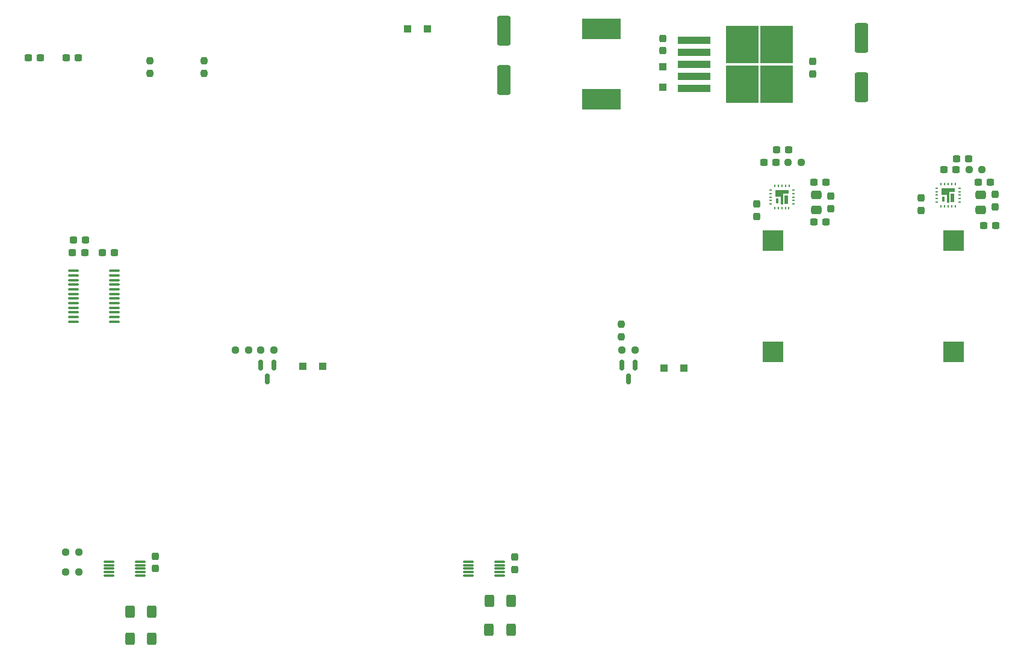
<source format=gbp>
G04 #@! TF.GenerationSoftware,KiCad,Pcbnew,6.0.2+dfsg-1*
G04 #@! TF.CreationDate,2023-02-25T17:51:13+02:00*
G04 #@! TF.ProjectId,pina,70696e61-2e6b-4696-9361-645f70636258,rev?*
G04 #@! TF.SameCoordinates,Original*
G04 #@! TF.FileFunction,Paste,Bot*
G04 #@! TF.FilePolarity,Positive*
%FSLAX46Y46*%
G04 Gerber Fmt 4.6, Leading zero omitted, Abs format (unit mm)*
G04 Created by KiCad (PCBNEW 6.0.2+dfsg-1) date 2023-02-25 17:51:13*
%MOMM*%
%LPD*%
G01*
G04 APERTURE LIST*
G04 Aperture macros list*
%AMRoundRect*
0 Rectangle with rounded corners*
0 $1 Rounding radius*
0 $2 $3 $4 $5 $6 $7 $8 $9 X,Y pos of 4 corners*
0 Add a 4 corners polygon primitive as box body*
4,1,4,$2,$3,$4,$5,$6,$7,$8,$9,$2,$3,0*
0 Add four circle primitives for the rounded corners*
1,1,$1+$1,$2,$3*
1,1,$1+$1,$4,$5*
1,1,$1+$1,$6,$7*
1,1,$1+$1,$8,$9*
0 Add four rect primitives between the rounded corners*
20,1,$1+$1,$2,$3,$4,$5,0*
20,1,$1+$1,$4,$5,$6,$7,0*
20,1,$1+$1,$6,$7,$8,$9,0*
20,1,$1+$1,$8,$9,$2,$3,0*%
G04 Aperture macros list end*
%ADD10C,0.010000*%
%ADD11R,5.400000X2.900000*%
%ADD12RoundRect,0.237500X-0.237500X0.300000X-0.237500X-0.300000X0.237500X-0.300000X0.237500X0.300000X0*%
%ADD13R,2.900000X3.000000*%
%ADD14RoundRect,0.150000X-0.150000X0.587500X-0.150000X-0.587500X0.150000X-0.587500X0.150000X0.587500X0*%
%ADD15R,1.100000X1.100000*%
%ADD16R,0.200000X0.300000*%
%ADD17R,0.300000X0.200000*%
%ADD18R,0.470000X1.170000*%
%ADD19R,0.450000X0.790000*%
%ADD20RoundRect,0.237500X0.300000X0.237500X-0.300000X0.237500X-0.300000X-0.237500X0.300000X-0.237500X0*%
%ADD21RoundRect,0.237500X0.237500X-0.300000X0.237500X0.300000X-0.237500X0.300000X-0.237500X-0.300000X0*%
%ADD22RoundRect,0.250000X-0.400000X-0.625000X0.400000X-0.625000X0.400000X0.625000X-0.400000X0.625000X0*%
%ADD23RoundRect,0.237500X-0.237500X0.250000X-0.237500X-0.250000X0.237500X-0.250000X0.237500X0.250000X0*%
%ADD24RoundRect,0.237500X-0.250000X-0.237500X0.250000X-0.237500X0.250000X0.237500X-0.250000X0.237500X0*%
%ADD25RoundRect,0.075000X-0.650000X-0.075000X0.650000X-0.075000X0.650000X0.075000X-0.650000X0.075000X0*%
%ADD26RoundRect,0.237500X0.250000X0.237500X-0.250000X0.237500X-0.250000X-0.237500X0.250000X-0.237500X0*%
%ADD27RoundRect,0.250000X-0.700000X1.825000X-0.700000X-1.825000X0.700000X-1.825000X0.700000X1.825000X0*%
%ADD28RoundRect,0.237500X-0.300000X-0.237500X0.300000X-0.237500X0.300000X0.237500X-0.300000X0.237500X0*%
%ADD29RoundRect,0.250000X0.700000X-1.825000X0.700000X1.825000X-0.700000X1.825000X-0.700000X-1.825000X0*%
%ADD30RoundRect,0.250000X0.475000X-0.337500X0.475000X0.337500X-0.475000X0.337500X-0.475000X-0.337500X0*%
%ADD31RoundRect,0.100000X0.637500X0.100000X-0.637500X0.100000X-0.637500X-0.100000X0.637500X-0.100000X0*%
%ADD32RoundRect,0.250000X0.400000X0.625000X-0.400000X0.625000X-0.400000X-0.625000X0.400000X-0.625000X0*%
%ADD33R,4.550000X5.250000*%
%ADD34R,4.600000X1.100000*%
G04 APERTURE END LIST*
D10*
X199204000Y-66597000D02*
X197454000Y-66597000D01*
X197454000Y-66597000D02*
X197454000Y-67457000D01*
X197454000Y-67457000D02*
X198164000Y-67457000D01*
X198164000Y-67457000D02*
X198164000Y-68547000D01*
X198164000Y-68547000D02*
X198474000Y-68547000D01*
X198474000Y-68547000D02*
X198474000Y-67047000D01*
X198474000Y-67047000D02*
X199204000Y-67047000D01*
X199204000Y-67047000D02*
X199204000Y-66597000D01*
G36*
X199204000Y-67047000D02*
G01*
X198474000Y-67047000D01*
X198474000Y-68547000D01*
X198164000Y-68547000D01*
X198164000Y-67457000D01*
X197454000Y-67457000D01*
X197454000Y-66597000D01*
X199204000Y-66597000D01*
X199204000Y-67047000D01*
G37*
X199204000Y-67047000D02*
X198474000Y-67047000D01*
X198474000Y-68547000D01*
X198164000Y-68547000D01*
X198164000Y-67457000D01*
X197454000Y-67457000D01*
X197454000Y-66597000D01*
X199204000Y-66597000D01*
X199204000Y-67047000D01*
X222593500Y-66335000D02*
X220843500Y-66335000D01*
X220843500Y-66335000D02*
X220843500Y-67195000D01*
X220843500Y-67195000D02*
X221553500Y-67195000D01*
X221553500Y-67195000D02*
X221553500Y-68285000D01*
X221553500Y-68285000D02*
X221863500Y-68285000D01*
X221863500Y-68285000D02*
X221863500Y-66785000D01*
X221863500Y-66785000D02*
X222593500Y-66785000D01*
X222593500Y-66785000D02*
X222593500Y-66335000D01*
G36*
X222593500Y-66785000D02*
G01*
X221863500Y-66785000D01*
X221863500Y-68285000D01*
X221553500Y-68285000D01*
X221553500Y-67195000D01*
X220843500Y-67195000D01*
X220843500Y-66335000D01*
X222593500Y-66335000D01*
X222593500Y-66785000D01*
G37*
X222593500Y-66785000D02*
X221863500Y-66785000D01*
X221863500Y-68285000D01*
X221553500Y-68285000D01*
X221553500Y-67195000D01*
X220843500Y-67195000D01*
X220843500Y-66335000D01*
X222593500Y-66335000D01*
X222593500Y-66785000D01*
D11*
X172982000Y-53826000D03*
X172982000Y-43926000D03*
D12*
X228346000Y-67209500D03*
X228346000Y-68934500D03*
D13*
X222504000Y-73684000D03*
X222504000Y-89384000D03*
D14*
X175834000Y-91264500D03*
X177734000Y-91264500D03*
X176784000Y-93139500D03*
D15*
X181618000Y-52072000D03*
X181618000Y-49272000D03*
D16*
X199329000Y-69172000D03*
X198874000Y-69172000D03*
X198374000Y-69172000D03*
X197874000Y-69172000D03*
X197374000Y-69172000D03*
D17*
X196774000Y-68572000D03*
X196774000Y-68072000D03*
X196774000Y-67572000D03*
X196774000Y-67072000D03*
X196774000Y-66572000D03*
D16*
X197374000Y-65972000D03*
X197874000Y-65972000D03*
X198374000Y-65972000D03*
X198874000Y-65972000D03*
X199374000Y-65972000D03*
D17*
X199974000Y-66572000D03*
X199974000Y-67072000D03*
X199974000Y-67572000D03*
X199974000Y-68072000D03*
X199974000Y-68572000D03*
D18*
X198969000Y-67962000D03*
D19*
X197679000Y-68152000D03*
D14*
X125034000Y-91264500D03*
X126934000Y-91264500D03*
X125984000Y-93139500D03*
D20*
X199340000Y-60960000D03*
X197615000Y-60960000D03*
D21*
X110236000Y-119888000D03*
X110236000Y-118163000D03*
X205232000Y-69188500D03*
X205232000Y-67463500D03*
D20*
X104494500Y-75438000D03*
X102769500Y-75438000D03*
D22*
X157200000Y-124460000D03*
X160300000Y-124460000D03*
D23*
X175768000Y-85447500D03*
X175768000Y-87272500D03*
X117094000Y-48363500D03*
X117094000Y-50188500D03*
D24*
X199239500Y-62738000D03*
X201064500Y-62738000D03*
X224661000Y-63754000D03*
X226486000Y-63754000D03*
D25*
X154264000Y-120888000D03*
X154264000Y-120388000D03*
X154264000Y-119888000D03*
X154264000Y-119388000D03*
X154264000Y-118888000D03*
X158664000Y-118888000D03*
X158664000Y-119388000D03*
X158664000Y-119888000D03*
X158664000Y-120388000D03*
X158664000Y-120888000D03*
D12*
X202700000Y-48510000D03*
X202700000Y-50235000D03*
D24*
X97639500Y-117602000D03*
X99464500Y-117602000D03*
D26*
X177696500Y-89154000D03*
X175871500Y-89154000D03*
D20*
X99414500Y-48006000D03*
X97689500Y-48006000D03*
D13*
X197104000Y-73684000D03*
X197104000Y-89384000D03*
D15*
X145666000Y-43942000D03*
X148466000Y-43942000D03*
D27*
X159266000Y-44131000D03*
X159266000Y-51081000D03*
D12*
X160782000Y-118263500D03*
X160782000Y-119988500D03*
D28*
X202845500Y-71120000D03*
X204570500Y-71120000D03*
D15*
X184534000Y-91694000D03*
X181734000Y-91694000D03*
D25*
X103718000Y-120888000D03*
X103718000Y-120388000D03*
X103718000Y-119888000D03*
X103718000Y-119388000D03*
X103718000Y-118888000D03*
X108118000Y-118888000D03*
X108118000Y-119388000D03*
X108118000Y-119888000D03*
X108118000Y-120388000D03*
X108118000Y-120888000D03*
D20*
X204570500Y-65532000D03*
X202845500Y-65532000D03*
D28*
X92355500Y-48006000D03*
X94080500Y-48006000D03*
D29*
X209558000Y-52097000D03*
X209558000Y-45147000D03*
D20*
X222880000Y-63754000D03*
X221155000Y-63754000D03*
D23*
X109474000Y-48363500D03*
X109474000Y-50188500D03*
D30*
X203200000Y-69363500D03*
X203200000Y-67288500D03*
D20*
X227706000Y-65532000D03*
X225981000Y-65532000D03*
D31*
X104462500Y-77959000D03*
X104462500Y-78609000D03*
X104462500Y-79259000D03*
X104462500Y-79909000D03*
X104462500Y-80559000D03*
X104462500Y-81209000D03*
X104462500Y-81859000D03*
X104462500Y-82509000D03*
X104462500Y-83159000D03*
X104462500Y-83809000D03*
X104462500Y-84459000D03*
X104462500Y-85109000D03*
X98737500Y-85109000D03*
X98737500Y-84459000D03*
X98737500Y-83809000D03*
X98737500Y-83159000D03*
X98737500Y-82509000D03*
X98737500Y-81859000D03*
X98737500Y-81209000D03*
X98737500Y-80559000D03*
X98737500Y-79909000D03*
X98737500Y-79259000D03*
X98737500Y-78609000D03*
X98737500Y-77959000D03*
D21*
X181618000Y-46944500D03*
X181618000Y-45219500D03*
D32*
X160274000Y-128524000D03*
X157174000Y-128524000D03*
D24*
X97639500Y-120396000D03*
X99464500Y-120396000D03*
D12*
X194818000Y-68580000D03*
X194818000Y-70305000D03*
D26*
X126896500Y-89154000D03*
X125071500Y-89154000D03*
D32*
X109754000Y-129794000D03*
X106654000Y-129794000D03*
D24*
X121515500Y-89154000D03*
X123340500Y-89154000D03*
D28*
X98705500Y-73660000D03*
X100430500Y-73660000D03*
D22*
X106654000Y-125984000D03*
X109754000Y-125984000D03*
D20*
X228446500Y-71628000D03*
X226721500Y-71628000D03*
D16*
X222718500Y-68910000D03*
X222263500Y-68910000D03*
X221763500Y-68910000D03*
X221263500Y-68910000D03*
X220763500Y-68910000D03*
D17*
X220163500Y-68310000D03*
X220163500Y-67810000D03*
X220163500Y-67310000D03*
X220163500Y-66810000D03*
X220163500Y-66310000D03*
D16*
X220763500Y-65710000D03*
X221263500Y-65710000D03*
X221763500Y-65710000D03*
X222263500Y-65710000D03*
X222763500Y-65710000D03*
D17*
X223363500Y-66310000D03*
X223363500Y-66810000D03*
X223363500Y-67310000D03*
X223363500Y-67810000D03*
X223363500Y-68310000D03*
D18*
X222358500Y-67700000D03*
D19*
X221068500Y-67890000D03*
D20*
X224658000Y-62230000D03*
X222933000Y-62230000D03*
D15*
X133734000Y-91440000D03*
X130934000Y-91440000D03*
D33*
X197620000Y-51670000D03*
X197620000Y-46120000D03*
X192770000Y-46120000D03*
X192770000Y-51670000D03*
D34*
X186045000Y-52295000D03*
X186045000Y-50595000D03*
X186045000Y-48895000D03*
X186045000Y-47195000D03*
X186045000Y-45495000D03*
D12*
X217953500Y-67717500D03*
X217953500Y-69442500D03*
D28*
X98584000Y-75438000D03*
X100309000Y-75438000D03*
D30*
X226314000Y-69363500D03*
X226314000Y-67288500D03*
D20*
X197562000Y-62738000D03*
X195837000Y-62738000D03*
M02*

</source>
